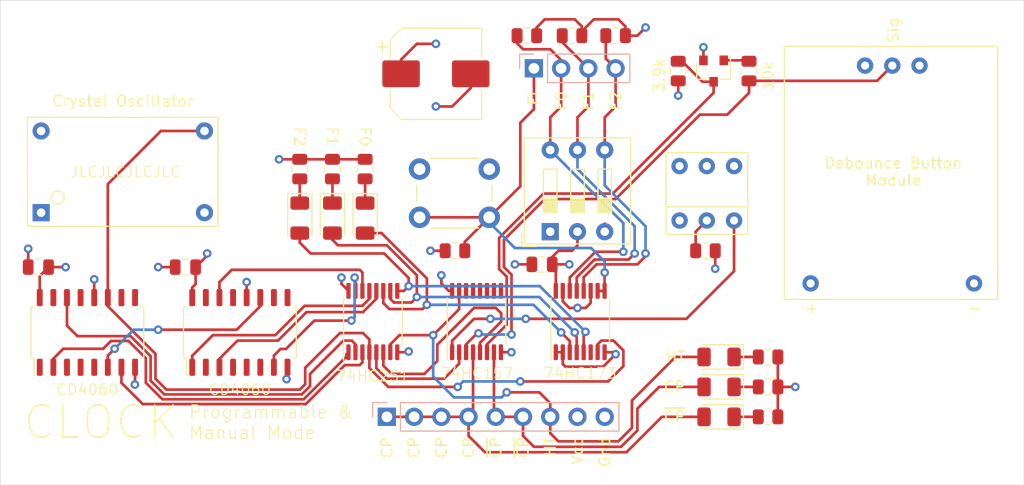
<source format=kicad_pcb>
(kicad_pcb (version 20171130) (host pcbnew "(5.1.10-1-10_14)")
  (layers (0 F.Cu signal) (1 In1.Cu signal) (2 In2.Cu signal) (31 B.Cu signal) (34 B.Paste user) (35 F.Paste user) (36 B.SilkS user) (37 F.SilkS user) (38 B.Mask user) (39 F.Mask user) (44 Edge.Cuts user))
  (net 0 "")
  (net 1 LATCH_FREQUENCY)
  (net 2 VCC)
  (net 3 GND)
  (net 4 "Net-(SW2-Pad2)")
  (net 5 FREQ0)
  (net 6 FREQ1)
  (net 7 FREQ2)
  (net 8 "Net-(U2-Pad6)")
  (net 9 "Net-(U3-Pad15)")
  (net 10 "Net-(U3-Pad13)")
  (net 11 "Net-(U3-Pad10)")
  (net 12 "Net-(U3-Pad9)")
  (net 13 "Net-(U3-Pad6)")
  (net 14 "Net-(U3-Pad5)")
  (net 15 "Net-(U3-Pad4)")
  (net 16 "Net-(U3-Pad3)")
  (net 17 "Net-(U3-Pad1)")
  (net 18 HALT)
  (net 19 "Net-(U6-Pad13)")
  (net 20 "Net-(U6-Pad10)")
  (net 21 "Net-(U6-Pad9)")
  (net 22 "Net-(U1-Pad1)")
  (net 23 "Net-(R5-Pad1)")
  (net 24 "Net-(R6-Pad1)")
  (net 25 "Net-(U10-Pad2)")
  (net 26 ~CLOCK)
  (net 27 CLOCK)
  (net 28 !MANUAL_PULSE)
  (net 29 MANUAL_PULSE)
  (net 30 CRYSTAL)
  (net 31 "Net-(Q1-Pad1)")
  (net 32 "Net-(R2-Pad1)")
  (net 33 "Net-(R3-Pad1)")
  (net 34 "Net-(R4-Pad1)")
  (net 35 "Net-(R7-Pad2)")
  (net 36 "Net-(R8-Pad2)")
  (net 37 "Net-(U6-Pad15)")
  (net 38 "Net-(U6-Pad6)")
  (net 39 "Net-(U6-Pad5)")
  (net 40 "Net-(U6-Pad4)")
  (net 41 "Net-(U6-Pad2)")
  (net 42 "Net-(U10-Pad5)")
  (net 43 "Net-(U10-Pad14)")
  (net 44 "Net-(U10-Pad13)")
  (net 45 "Net-(U10-Pad12)")
  (net 46 "Net-(U10-Pad11)")
  (net 47 "Net-(U10-Pad10)")
  (net 48 "Net-(U10-Pad9)")
  (net 49 FREQ_SEL_2)
  (net 50 FREQ_SEL_1)
  (net 51 FREQ_SEL_0)
  (net 52 CRYSTAL1)
  (net 53 CRYSTAL0)
  (net 54 CRYSTAL2)
  (net 55 CRYSTAL4)
  (net 56 CRYSTAL3)
  (net 57 CRYSTAL6)
  (net 58 CRYSTAL5)
  (module Package_SO:SOIC-16_4.55x10.3mm_P1.27mm (layer F.Cu) (at 199.898 60.706 90)
    (fp_text reference U6 hide)
    (fp_text value CD4060BNSR)
    (fp_text user CD4060 (at -5.334 0 180) (layer F.SilkS) (effects (font (thickness 0.1))))
    (pad 16 smd roundrect (at 3.25 -4.445 90) (size 1.6 0.55) (layers F.Cu F.Paste F.Mask) (net 2 VCC))
    (pad 15 smd roundrect (at 3.25 -3.175 90) (size 1.6 0.55) (layers F.Cu F.Paste F.Mask) (net 37 "Net-(U6-Pad15)"))
    (pad 14 smd roundrect (at 3.25 -1.905 90) (size 1.6 0.55) (layers F.Cu F.Paste F.Mask) (net 55 CRYSTAL4))
    (pad 13 smd roundrect (at 3.25 -0.635 90) (size 1.6 0.55) (layers F.Cu F.Paste F.Mask) (net 19 "Net-(U6-Pad13)"))
    (pad 12 smd roundrect (at 3.25 0.635 90) (size 1.6 0.55) (layers F.Cu F.Paste F.Mask) (net 3 GND))
    (pad 11 smd roundrect (at 3.25 1.905 90) (size 1.6 0.55) (layers F.Cu F.Paste F.Mask) (net 13 "Net-(U3-Pad6)"))
    (pad 10 smd roundrect (at 3.25 3.175 90) (size 1.6 0.55) (layers F.Cu F.Paste F.Mask) (net 20 "Net-(U6-Pad10)"))
    (pad 9 smd roundrect (at 3.25 4.445 90) (size 1.6 0.55) (layers F.Cu F.Paste F.Mask) (net 21 "Net-(U6-Pad9)"))
    (pad 8 smd roundrect (at -3.25 4.445 90) (size 1.6 0.55) (layers F.Cu F.Paste F.Mask) (net 3 GND))
    (pad 7 smd roundrect (at -3.25 3.175 90) (size 1.6 0.55) (layers F.Cu F.Paste F.Mask) (net 56 CRYSTAL3))
    (pad 6 smd roundrect (at -3.25 1.905 90) (size 1.6 0.55) (layers F.Cu F.Paste F.Mask) (net 38 "Net-(U6-Pad6)"))
    (pad 5 smd roundrect (at -3.25 0.635 90) (size 1.6 0.55) (layers F.Cu F.Paste F.Mask) (net 39 "Net-(U6-Pad5)"))
    (pad 4 smd roundrect (at -3.25 -0.635 90) (size 1.6 0.55) (layers F.Cu F.Paste F.Mask) (net 40 "Net-(U6-Pad4)"))
    (pad 3 smd roundrect (at -3.25 -1.905 90) (size 1.6 0.55) (layers F.Cu F.Paste F.Mask) (net 57 CRYSTAL6))
    (pad 2 smd roundrect (at -3.25 -3.175 90) (size 1.6 0.55) (layers F.Cu F.Paste F.Mask) (net 41 "Net-(U6-Pad2)"))
    (pad 1 smd roundrect (at -3.25 -4.445 90) (size 1.6 0.55) (layers F.Cu F.Paste F.Mask) (net 58 CRYSTAL5))
  )
  (module Package_SO:SOIC-16_4.55x10.3mm_P1.27mm (layer F.Cu) (at 185.674 60.706 90)
    (fp_text reference U3 hide)
    (fp_text value CD4060BNSR)
    (fp_text user CD4060 (at -5.334 0 180) (layer F.SilkS) (effects (font (thickness 0.1))))
    (pad 16 smd roundrect (at 3.25 -4.445 90) (size 1.6 0.55) (layers F.Cu F.Paste F.Mask) (net 2 VCC))
    (pad 15 smd roundrect (at 3.25 -3.175 90) (size 1.6 0.55) (layers F.Cu F.Paste F.Mask) (net 9 "Net-(U3-Pad15)"))
    (pad 14 smd roundrect (at 3.25 -1.905 90) (size 1.6 0.55) (layers F.Cu F.Paste F.Mask) (net 52 CRYSTAL1))
    (pad 13 smd roundrect (at 3.25 -0.635 90) (size 1.6 0.55) (layers F.Cu F.Paste F.Mask) (net 10 "Net-(U3-Pad13)"))
    (pad 12 smd roundrect (at 3.25 0.635 90) (size 1.6 0.55) (layers F.Cu F.Paste F.Mask) (net 3 GND))
    (pad 11 smd roundrect (at 3.25 1.905 90) (size 1.6 0.55) (layers F.Cu F.Paste F.Mask) (net 30 CRYSTAL))
    (pad 10 smd roundrect (at 3.25 3.175 90) (size 1.6 0.55) (layers F.Cu F.Paste F.Mask) (net 11 "Net-(U3-Pad10)"))
    (pad 9 smd roundrect (at 3.25 4.445 90) (size 1.6 0.55) (layers F.Cu F.Paste F.Mask) (net 12 "Net-(U3-Pad9)"))
    (pad 8 smd roundrect (at -3.25 4.445 90) (size 1.6 0.55) (layers F.Cu F.Paste F.Mask) (net 3 GND))
    (pad 7 smd roundrect (at -3.25 3.175 90) (size 1.6 0.55) (layers F.Cu F.Paste F.Mask) (net 53 CRYSTAL0))
    (pad 6 smd roundrect (at -3.25 1.905 90) (size 1.6 0.55) (layers F.Cu F.Paste F.Mask) (net 13 "Net-(U3-Pad6)"))
    (pad 5 smd roundrect (at -3.25 0.635 90) (size 1.6 0.55) (layers F.Cu F.Paste F.Mask) (net 14 "Net-(U3-Pad5)"))
    (pad 4 smd roundrect (at -3.25 -0.635 90) (size 1.6 0.55) (layers F.Cu F.Paste F.Mask) (net 15 "Net-(U3-Pad4)"))
    (pad 3 smd roundrect (at -3.25 -1.905 90) (size 1.6 0.55) (layers F.Cu F.Paste F.Mask) (net 16 "Net-(U3-Pad3)"))
    (pad 2 smd roundrect (at -3.25 -3.175 90) (size 1.6 0.55) (layers F.Cu F.Paste F.Mask) (net 54 CRYSTAL2))
    (pad 1 smd roundrect (at -3.25 -4.445 90) (size 1.6 0.55) (layers F.Cu F.Paste F.Mask) (net 17 "Net-(U3-Pad1)"))
  )
  (module Resistor_SMD:R_0805_2012Metric (layer F.Cu) (at 240.792 36.322 90)
    (fp_text reference R10 hide)
    (fp_text value 3.9kohm)
    (pad 2 smd roundrect (at 0.9125 0 90) (size 1.025 1.4) (layers F.Cu F.Paste F.Mask) (roundrect_rratio 0.2439014634146341) (net 28 !MANUAL_PULSE))
    (pad 1 smd roundrect (at -0.9125 0 90) (size 1.025 1.4) (layers F.Cu F.Paste F.Mask) (roundrect_rratio 0.2439014634146341) (net 2 VCC))
  )
  (module Resistor_SMD:R_0805_2012Metric (layer F.Cu) (at 247.396 36.322 90)
    (fp_text reference R9 hide)
    (fp_text value 10kohm)
    (pad 2 smd roundrect (at 0.9125 0 90) (size 1.025 1.4) (layers F.Cu F.Paste F.Mask) (roundrect_rratio 0.2439014634146341) (net 31 "Net-(Q1-Pad1)"))
    (pad 1 smd roundrect (at -0.9125 0 90) (size 1.025 1.4) (layers F.Cu F.Paste F.Mask) (roundrect_rratio 0.2439014634146341) (net 29 MANUAL_PULSE))
  )
  (module Package_TO_SOT_SMD:SOT-23 (layer F.Cu) (at 244.094 36.322 270)
    (fp_text reference Q1 hide)
    (fp_text value PMBT2222)
    (pad 3 smd rect (at 1 0 270) (size 0.9 0.8) (layers F.Cu F.Paste F.Mask) (net 28 !MANUAL_PULSE))
    (pad 2 smd rect (at -1 0.95 270) (size 0.9 0.8) (layers F.Cu F.Paste F.Mask) (net 3 GND))
    (pad 1 smd rect (at -1 -0.95 270) (size 0.9 0.8) (layers F.Cu F.Paste F.Mask) (net 31 "Net-(Q1-Pad1)"))
  )
  (module LED_SMD:LED_1206_3216Metric (layer F.Cu) (at 244.602 65.786 180)
    (fp_text reference U13 hide)
    (fp_text value 19-217_BHC-ZL1M2RY_3T hide)
    (pad 2 smd roundrect (at 1.4 0 180) (size 1.25 1.75) (layers F.Cu F.Paste F.Mask) (roundrect_rratio 0.2) (net 26 ~CLOCK))
    (pad 1 smd roundrect (at -1.4 0 180) (size 1.25 1.75) (layers F.Cu F.Paste F.Mask) (roundrect_rratio 0.2) (net 36 "Net-(R8-Pad2)"))
  )
  (module LED_SMD:LED_1206_3216Metric (layer F.Cu) (at 244.602 68.58 180)
    (fp_text reference U12 hide)
    (fp_text value 19-217_BHC-ZL1M2RY_3T hide)
    (pad 2 smd roundrect (at 1.4 0 180) (size 1.25 1.75) (layers F.Cu F.Paste F.Mask) (roundrect_rratio 0.2) (net 27 CLOCK))
    (pad 1 smd roundrect (at -1.4 0 180) (size 1.25 1.75) (layers F.Cu F.Paste F.Mask) (roundrect_rratio 0.2) (net 35 "Net-(R7-Pad2)"))
  )
  (module LED_SMD:LED_1206_3216Metric (layer F.Cu) (at 244.602 62.992 180)
    (fp_text reference U11 hide)
    (fp_text value NCD0805R1 hide)
    (pad 2 smd roundrect (at 1.4 0 180) (size 1.25 1.75) (layers F.Cu F.Paste F.Mask) (roundrect_rratio 0.2) (net 18 HALT))
    (pad 1 smd roundrect (at -1.4 0 180) (size 1.25 1.75) (layers F.Cu F.Paste F.Mask) (roundrect_rratio 0.2) (net 23 "Net-(R5-Pad1)"))
  )
  (module Package_SO:TSSOP-16_4.4x5mm_P0.65mm (layer F.Cu) (at 221.977 59.69 90)
    (fp_text reference U10 hide)
    (fp_text value 74HC157PW,118 hide)
    (fp_text user 74HC157 (at -4.826 0.019 180) (layer F.SilkS) (effects (font (thickness 0.1))))
    (pad 16 smd roundrect (at 2.8625 -2.275 90) (size 1.475 0.4) (layers F.Cu F.Paste F.Mask) (net 2 VCC))
    (pad 15 smd roundrect (at 2.8625 -1.625 90) (size 1.475 0.4) (layers F.Cu F.Paste F.Mask) (net 18 HALT))
    (pad 14 smd roundrect (at 2.8625 -0.975 90) (size 1.475 0.4) (layers F.Cu F.Paste F.Mask) (net 43 "Net-(U10-Pad14)"))
    (pad 13 smd roundrect (at 2.8625 -0.325 90) (size 1.475 0.4) (layers F.Cu F.Paste F.Mask) (net 44 "Net-(U10-Pad13)"))
    (pad 12 smd roundrect (at 2.8625 0.325 90) (size 1.475 0.4) (layers F.Cu F.Paste F.Mask) (net 45 "Net-(U10-Pad12)"))
    (pad 11 smd roundrect (at 2.8625 0.975 90) (size 1.475 0.4) (layers F.Cu F.Paste F.Mask) (net 46 "Net-(U10-Pad11)"))
    (pad 10 smd roundrect (at 2.8625 1.625 90) (size 1.475 0.4) (layers F.Cu F.Paste F.Mask) (net 47 "Net-(U10-Pad10)"))
    (pad 9 smd roundrect (at 2.8625 2.275 90) (size 1.475 0.4) (layers F.Cu F.Paste F.Mask) (net 48 "Net-(U10-Pad9)"))
    (pad 8 smd roundrect (at -2.8625 2.275 90) (size 1.475 0.4) (layers F.Cu F.Paste F.Mask) (net 3 GND))
    (pad 7 smd roundrect (at -2.8625 1.625 90) (size 1.475 0.4) (layers F.Cu F.Paste F.Mask) (net 26 ~CLOCK))
    (pad 6 smd roundrect (at -2.8625 0.975 90) (size 1.475 0.4) (layers F.Cu F.Paste F.Mask) (net 28 !MANUAL_PULSE))
    (pad 5 smd roundrect (at -2.8625 0.325 90) (size 1.475 0.4) (layers F.Cu F.Paste F.Mask) (net 42 "Net-(U10-Pad5)"))
    (pad 4 smd roundrect (at -2.8625 -0.325 90) (size 1.475 0.4) (layers F.Cu F.Paste F.Mask) (net 27 CLOCK))
    (pad 3 smd roundrect (at -2.8625 -0.975 90) (size 1.475 0.4) (layers F.Cu F.Paste F.Mask) (net 29 MANUAL_PULSE))
    (pad 2 smd roundrect (at -2.8625 -1.625 90) (size 1.475 0.4) (layers F.Cu F.Paste F.Mask) (net 25 "Net-(U10-Pad2)"))
    (pad 1 smd roundrect (at -2.8625 -2.275 90) (size 1.475 0.4) (layers F.Cu F.Paste F.Mask) (net 4 "Net-(SW2-Pad2)"))
  )
  (module Package_SO:TSSOP-16_4.4x5mm_P0.65mm (layer F.Cu) (at 212.306 59.69 90)
    (fp_text reference U9 hide)
    (fp_text value SN74HC251PW hide)
    (fp_text user 74HC251 (at -5.08 0 180) (layer F.SilkS) (effects (font (thickness 0.1))))
    (pad 16 smd roundrect (at 2.8625 -2.275 90) (size 1.475 0.4) (layers F.Cu F.Paste F.Mask) (net 2 VCC))
    (pad 15 smd roundrect (at 2.8625 -1.625 90) (size 1.475 0.4) (layers F.Cu F.Paste F.Mask) (net 56 CRYSTAL3))
    (pad 14 smd roundrect (at 2.8625 -0.975 90) (size 1.475 0.4) (layers F.Cu F.Paste F.Mask) (net 55 CRYSTAL4))
    (pad 13 smd roundrect (at 2.8625 -0.325 90) (size 1.475 0.4) (layers F.Cu F.Paste F.Mask) (net 58 CRYSTAL5))
    (pad 12 smd roundrect (at 2.8625 0.325 90) (size 1.475 0.4) (layers F.Cu F.Paste F.Mask) (net 57 CRYSTAL6))
    (pad 11 smd roundrect (at 2.8625 0.975 90) (size 1.475 0.4) (layers F.Cu F.Paste F.Mask) (net 51 FREQ_SEL_0))
    (pad 10 smd roundrect (at 2.8625 1.625 90) (size 1.475 0.4) (layers F.Cu F.Paste F.Mask) (net 50 FREQ_SEL_1))
    (pad 9 smd roundrect (at 2.8625 2.275 90) (size 1.475 0.4) (layers F.Cu F.Paste F.Mask) (net 49 FREQ_SEL_2))
    (pad 8 smd roundrect (at -2.8625 2.275 90) (size 1.475 0.4) (layers F.Cu F.Paste F.Mask) (net 3 GND))
    (pad 7 smd roundrect (at -2.8625 1.625 90) (size 1.475 0.4) (layers F.Cu F.Paste F.Mask) (net 18 HALT))
    (pad 6 smd roundrect (at -2.8625 0.975 90) (size 1.475 0.4) (layers F.Cu F.Paste F.Mask) (net 42 "Net-(U10-Pad5)"))
    (pad 5 smd roundrect (at -2.8625 0.325 90) (size 1.475 0.4) (layers F.Cu F.Paste F.Mask) (net 25 "Net-(U10-Pad2)"))
    (pad 4 smd roundrect (at -2.8625 -0.325 90) (size 1.475 0.4) (layers F.Cu F.Paste F.Mask) (net 30 CRYSTAL))
    (pad 3 smd roundrect (at -2.8625 -0.975 90) (size 1.475 0.4) (layers F.Cu F.Paste F.Mask) (net 53 CRYSTAL0))
    (pad 2 smd roundrect (at -2.8625 -1.625 90) (size 1.475 0.4) (layers F.Cu F.Paste F.Mask) (net 52 CRYSTAL1))
    (pad 1 smd roundrect (at -2.8625 -2.275 90) (size 1.475 0.4) (layers F.Cu F.Paste F.Mask) (net 54 CRYSTAL2))
  )
  (module LED_SMD:LED_1206_3216Metric (layer F.Cu) (at 205.486 50.038 270)
    (fp_text reference U8 hide)
    (fp_text value 19-217_GHC-YR1S2_3T hide)
    (pad 2 smd roundrect (at 1.4 0 270) (size 1.25 1.75) (layers F.Cu F.Paste F.Mask) (roundrect_rratio 0.2) (net 49 FREQ_SEL_2))
    (pad 1 smd roundrect (at -1.4 0 270) (size 1.25 1.75) (layers F.Cu F.Paste F.Mask) (roundrect_rratio 0.2) (net 32 "Net-(R2-Pad1)"))
  )
  (module LED_SMD:LED_1206_3216Metric (layer F.Cu) (at 211.582 50.038 270)
    (fp_text reference U5 hide)
    (fp_text value 19-217_GHC-YR1S2_3T hide)
    (pad 2 smd roundrect (at 1.4 0 270) (size 1.25 1.75) (layers F.Cu F.Paste F.Mask) (roundrect_rratio 0.2) (net 51 FREQ_SEL_0))
    (pad 1 smd roundrect (at -1.4 0 270) (size 1.25 1.75) (layers F.Cu F.Paste F.Mask) (roundrect_rratio 0.2) (net 34 "Net-(R4-Pad1)"))
  )
  (module LED_SMD:LED_1206_3216Metric (layer F.Cu) (at 208.534 50.038 270)
    (fp_text reference U4 hide)
    (fp_text value 19-217_GHC-YR1S2_3T hide)
    (pad 2 smd roundrect (at 1.4 0 270) (size 1.25 1.75) (layers F.Cu F.Paste F.Mask) (roundrect_rratio 0.2) (net 50 FREQ_SEL_1))
    (pad 1 smd roundrect (at -1.4 0 270) (size 1.25 1.75) (layers F.Cu F.Paste F.Mask) (roundrect_rratio 0.2) (net 33 "Net-(R3-Pad1)"))
  )
  (module Package_SO:TSSOP-16_4.4x5mm_P0.65mm (layer F.Cu) (at 231.648 59.69 90)
    (fp_text reference U2 hide)
    (fp_text value CD74HC173PWR hide)
    (fp_text user 74HC173 (at -4.826 0 180) (layer F.SilkS) (effects (font (thickness 0.1))))
    (pad 16 smd roundrect (at 2.8625 -2.275 90) (size 1.475 0.4) (layers F.Cu F.Paste F.Mask) (net 2 VCC))
    (pad 15 smd roundrect (at 2.8625 -1.625 90) (size 1.475 0.4) (layers F.Cu F.Paste F.Mask) (net 3 GND))
    (pad 14 smd roundrect (at 2.8625 -0.975 90) (size 1.475 0.4) (layers F.Cu F.Paste F.Mask) (net 5 FREQ0))
    (pad 13 smd roundrect (at 2.8625 -0.325 90) (size 1.475 0.4) (layers F.Cu F.Paste F.Mask) (net 6 FREQ1))
    (pad 12 smd roundrect (at 2.8625 0.325 90) (size 1.475 0.4) (layers F.Cu F.Paste F.Mask) (net 7 FREQ2))
    (pad 11 smd roundrect (at 2.8625 0.975 90) (size 1.475 0.4) (layers F.Cu F.Paste F.Mask) (net 3 GND))
    (pad 10 smd roundrect (at 2.8625 1.625 90) (size 1.475 0.4) (layers F.Cu F.Paste F.Mask) (net 1 LATCH_FREQUENCY))
    (pad 9 smd roundrect (at 2.8625 2.275 90) (size 1.475 0.4) (layers F.Cu F.Paste F.Mask) (net 1 LATCH_FREQUENCY))
    (pad 8 smd roundrect (at -2.8625 2.275 90) (size 1.475 0.4) (layers F.Cu F.Paste F.Mask) (net 3 GND))
    (pad 7 smd roundrect (at -2.8625 1.625 90) (size 1.475 0.4) (layers F.Cu F.Paste F.Mask) (net 30 CRYSTAL))
    (pad 6 smd roundrect (at -2.8625 0.975 90) (size 1.475 0.4) (layers F.Cu F.Paste F.Mask) (net 8 "Net-(U2-Pad6)"))
    (pad 5 smd roundrect (at -2.8625 0.325 90) (size 1.475 0.4) (layers F.Cu F.Paste F.Mask) (net 49 FREQ_SEL_2))
    (pad 4 smd roundrect (at -2.8625 -0.325 90) (size 1.475 0.4) (layers F.Cu F.Paste F.Mask) (net 50 FREQ_SEL_1))
    (pad 3 smd roundrect (at -2.8625 -0.975 90) (size 1.475 0.4) (layers F.Cu F.Paste F.Mask) (net 51 FREQ_SEL_0))
    (pad 2 smd roundrect (at -2.8625 -1.625 90) (size 1.475 0.4) (layers F.Cu F.Paste F.Mask) (net 3 GND))
    (pad 1 smd roundrect (at -2.8625 -2.275 90) (size 1.475 0.4) (layers F.Cu F.Paste F.Mask) (net 3 GND))
  )
  (module Button_Switch_THT:SW_DIP_SPSTx03_Slide_9.78x9.8mm_W7.62mm_P2.54mm (layer F.Cu) (at 228.854 51.308 90)
    (fp_text reference SW3 hide)
    (fp_text value SW_DIP_x03 hide)
    (pad 6 thru_hole oval (at 7.62 0 90) (size 1.6 1.6) (drill 0.8) (layers *.Cu *.Mask) (net 5 FREQ0))
    (pad 3 thru_hole oval (at 0 5.08 90) (size 1.6 1.6) (drill 0.8) (layers *.Cu *.Mask) (net 2 VCC))
    (pad 5 thru_hole oval (at 7.62 2.54 90) (size 1.6 1.6) (drill 0.8) (layers *.Cu *.Mask) (net 6 FREQ1))
    (pad 2 thru_hole oval (at 0 2.54 90) (size 1.6 1.6) (drill 0.8) (layers *.Cu *.Mask) (net 2 VCC))
    (pad 4 thru_hole oval (at 7.62 5.08 90) (size 1.6 1.6) (drill 0.8) (layers *.Cu *.Mask) (net 7 FREQ2))
    (pad 1 thru_hole rect (at 0 0 90) (size 1.6 1.6) (drill 0.8) (layers *.Cu *.Mask) (net 2 VCC))
  )
  (module 8-bit-computer:THT-DPDT (layer F.Cu) (at 243.84 42.164)
    (fp_text reference SW2 hide)
    (fp_text value SW_DPDT_x2 hide)
    (pad 2 thru_hole circle (at 2.16 8.1) (size 1.524 1.524) (drill 0.762) (layers *.Cu *.Mask) (net 4 "Net-(SW2-Pad2)"))
    (pad 3 thru_hole circle (at -0.38 8.1) (size 1.524 1.524) (drill 0.762) (layers *.Cu *.Mask) (net 24 "Net-(R6-Pad1)"))
    (pad 1 thru_hole circle (at -2.92 8.1) (size 1.524 1.524) (drill 0.762) (layers *.Cu *.Mask) (net 3 GND))
    (pad "" thru_hole circle (at 2.16 3.02) (size 1.524 1.524) (drill 0.762) (layers *.Cu *.Mask))
    (pad "" thru_hole circle (at -0.38 3.02) (size 1.524 1.524) (drill 0.762) (layers *.Cu *.Mask))
    (pad "" thru_hole circle (at -2.92 3.02) (size 1.524 1.524) (drill 0.762) (layers *.Cu *.Mask))
  )
  (module Button_Switch_THT:SW_PUSH_6mm (layer F.Cu) (at 216.662 45.466)
    (fp_text reference SW1 hide)
    (fp_text value SW_Push hide)
    (pad 1 thru_hole circle (at 6.5 0 90) (size 2 2) (drill 1.1) (layers *.Cu *.Mask) (net 3 GND))
    (pad 2 thru_hole circle (at 6.5 4.5 90) (size 2 2) (drill 1.1) (layers *.Cu *.Mask) (net 1 LATCH_FREQUENCY))
    (pad 1 thru_hole circle (at 0 0 90) (size 2 2) (drill 1.1) (layers *.Cu *.Mask) (net 3 GND))
    (pad 2 thru_hole circle (at 0 4.5 90) (size 2 2) (drill 1.1) (layers *.Cu *.Mask) (net 1 LATCH_FREQUENCY))
  )
  (module Resistor_SMD:R_0805_2012Metric (layer F.Cu) (at 234.95 33.02)
    (fp_text reference R13 hide)
    (fp_text value 1kohm hide)
    (pad 2 smd roundrect (at 0.9125 0) (size 1.025 1.4) (layers F.Cu F.Paste F.Mask) (roundrect_rratio 0.2439004878048781) (net 3 GND))
    (pad 1 smd roundrect (at -0.9125 0) (size 1.025 1.4) (layers F.Cu F.Paste F.Mask) (roundrect_rratio 0.2439004878048781) (net 7 FREQ2))
  )
  (module Resistor_SMD:R_0805_2012Metric (layer F.Cu) (at 230.886 33.02)
    (fp_text reference R12 hide)
    (fp_text value 1kohm hide)
    (pad 2 smd roundrect (at 0.9125 0) (size 1.025 1.4) (layers F.Cu F.Paste F.Mask) (roundrect_rratio 0.2439004878048781) (net 3 GND))
    (pad 1 smd roundrect (at -0.9125 0) (size 1.025 1.4) (layers F.Cu F.Paste F.Mask) (roundrect_rratio 0.2439004878048781) (net 6 FREQ1))
  )
  (module Resistor_SMD:R_0805_2012Metric (layer F.Cu) (at 226.6715 33.02)
    (fp_text reference R11 hide)
    (fp_text value 1kohm hide)
    (pad 2 smd roundrect (at 0.9125 0) (size 1.025 1.4) (layers F.Cu F.Paste F.Mask) (roundrect_rratio 0.2439004878048781) (net 3 GND))
    (pad 1 smd roundrect (at -0.9125 0) (size 1.025 1.4) (layers F.Cu F.Paste F.Mask) (roundrect_rratio 0.2439004878048781) (net 5 FREQ0))
  )
  (module Resistor_SMD:R_0805_2012Metric (layer F.Cu) (at 249.174 65.786 180)
    (fp_text reference R8 hide)
    (fp_text value 1kohm hide)
    (pad 2 smd roundrect (at 0.9125 0 180) (size 1.025 1.4) (layers F.Cu F.Paste F.Mask) (roundrect_rratio 0.2439004878048781) (net 36 "Net-(R8-Pad2)"))
    (pad 1 smd roundrect (at -0.9125 0 180) (size 1.025 1.4) (layers F.Cu F.Paste F.Mask) (roundrect_rratio 0.2439004878048781) (net 3 GND))
  )
  (module Resistor_SMD:R_0805_2012Metric (layer F.Cu) (at 249.174 68.58 180)
    (fp_text reference R7 hide)
    (fp_text value 1kohm hide)
    (pad 2 smd roundrect (at 0.9125 0 180) (size 1.025 1.4) (layers F.Cu F.Paste F.Mask) (roundrect_rratio 0.2439004878048781) (net 35 "Net-(R7-Pad2)"))
    (pad 1 smd roundrect (at -0.9125 0 180) (size 1.025 1.4) (layers F.Cu F.Paste F.Mask) (roundrect_rratio 0.2439004878048781) (net 3 GND))
  )
  (module Resistor_SMD:R_0805_2012Metric (layer F.Cu) (at 243.332 53.086)
    (fp_text reference R6 hide)
    (fp_text value 1kohm hide)
    (pad 2 smd roundrect (at 0.9125 0) (size 1.025 1.4) (layers F.Cu F.Paste F.Mask) (roundrect_rratio 0.2439004878048781) (net 2 VCC))
    (pad 1 smd roundrect (at -0.9125 0) (size 1.025 1.4) (layers F.Cu F.Paste F.Mask) (roundrect_rratio 0.2439004878048781) (net 24 "Net-(R6-Pad1)"))
  )
  (module Resistor_SMD:R_0805_2012Metric (layer F.Cu) (at 249.174 62.992)
    (fp_text reference R5 hide)
    (fp_text value 1kohm hide)
    (pad 2 smd roundrect (at 0.9125 0) (size 1.025 1.4) (layers F.Cu F.Paste F.Mask) (roundrect_rratio 0.2439004878048781) (net 3 GND))
    (pad 1 smd roundrect (at -0.9125 0) (size 1.025 1.4) (layers F.Cu F.Paste F.Mask) (roundrect_rratio 0.2439004878048781) (net 23 "Net-(R5-Pad1)"))
  )
  (module Resistor_SMD:R_0805_2012Metric (layer F.Cu) (at 211.582 45.466 90)
    (fp_text reference R4 hide)
    (fp_text value 1kohm hide)
    (pad 2 smd roundrect (at 0.9125 0 90) (size 1.025 1.4) (layers F.Cu F.Paste F.Mask) (roundrect_rratio 0.2439004878048781) (net 3 GND))
    (pad 1 smd roundrect (at -0.9125 0 90) (size 1.025 1.4) (layers F.Cu F.Paste F.Mask) (roundrect_rratio 0.2439004878048781) (net 34 "Net-(R4-Pad1)"))
  )
  (module Resistor_SMD:R_0805_2012Metric (layer F.Cu) (at 208.534 45.466 90)
    (fp_text reference R3 hide)
    (fp_text value 1kohm hide)
    (pad 2 smd roundrect (at 0.9125 0 90) (size 1.025 1.4) (layers F.Cu F.Paste F.Mask) (roundrect_rratio 0.2439004878048781) (net 3 GND))
    (pad 1 smd roundrect (at -0.9125 0 90) (size 1.025 1.4) (layers F.Cu F.Paste F.Mask) (roundrect_rratio 0.2439004878048781) (net 33 "Net-(R3-Pad1)"))
  )
  (module Resistor_SMD:R_0805_2012Metric (layer F.Cu) (at 205.486 45.466 90)
    (fp_text reference R2 hide)
    (fp_text value 1kohm hide)
    (pad 2 smd roundrect (at 0.9125 0 90) (size 1.025 1.4) (layers F.Cu F.Paste F.Mask) (roundrect_rratio 0.2439004878048781) (net 3 GND))
    (pad 1 smd roundrect (at -0.9125 0 90) (size 1.025 1.4) (layers F.Cu F.Paste F.Mask) (roundrect_rratio 0.2439004878048781) (net 32 "Net-(R2-Pad1)"))
  )
  (module Resistor_SMD:R_0805_2012Metric (layer F.Cu) (at 219.964 53.086)
    (fp_text reference R1 hide)
    (fp_text value 1kohm hide)
    (pad 2 smd roundrect (at 0.9125 0) (size 1.025 1.4) (layers F.Cu F.Paste F.Mask) (roundrect_rratio 0.2439004878048781) (net 1 LATCH_FREQUENCY))
    (pad 1 smd roundrect (at -0.9125 0) (size 1.025 1.4) (layers F.Cu F.Paste F.Mask) (roundrect_rratio 0.2439004878048781) (net 2 VCC))
  )
  (module Connector_PinHeader_2.54mm:PinHeader_1x09_P2.54mm_Vertical (layer B.Cu) (at 213.614 68.58 270)
    (fp_text reference J2 hide)
    (fp_text value Conn_01x09 hide)
    (pad 9 thru_hole oval (at 0 -20.32 270) (size 1.7 1.7) (drill 1) (layers *.Cu *.Mask) (net 3 GND))
    (pad 8 thru_hole oval (at 0 -17.78 270) (size 1.7 1.7) (drill 1) (layers *.Cu *.Mask) (net 2 VCC))
    (pad 7 thru_hole oval (at 0 -15.24 270) (size 1.7 1.7) (drill 1) (layers *.Cu *.Mask) (net 18 HALT))
    (pad 6 thru_hole oval (at 0 -12.7 270) (size 1.7 1.7) (drill 1) (layers *.Cu *.Mask) (net 26 ~CLOCK))
    (pad 5 thru_hole oval (at 0 -10.16 270) (size 1.7 1.7) (drill 1) (layers *.Cu *.Mask) (net 26 ~CLOCK))
    (pad 4 thru_hole oval (at 0 -7.62 270) (size 1.7 1.7) (drill 1) (layers *.Cu *.Mask) (net 27 CLOCK))
    (pad 3 thru_hole oval (at 0 -5.08 270) (size 1.7 1.7) (drill 1) (layers *.Cu *.Mask) (net 27 CLOCK))
    (pad 2 thru_hole oval (at 0 -2.54 270) (size 1.7 1.7) (drill 1) (layers *.Cu *.Mask) (net 27 CLOCK))
    (pad 1 thru_hole rect (at 0 0 270) (size 1.7 1.7) (drill 1) (layers *.Cu *.Mask) (net 27 CLOCK))
  )
  (module Connector_PinHeader_2.54mm:PinHeader_1x04_P2.54mm_Vertical (layer B.Cu) (at 227.33 36.068 270)
    (fp_text reference J1 hide)
    (fp_text value Conn_01x04 hide)
    (pad 4 thru_hole oval (at 0 -7.62 270) (size 1.7 1.7) (drill 1) (layers *.Cu *.Mask) (net 7 FREQ2))
    (pad 3 thru_hole oval (at 0 -5.08 270) (size 1.7 1.7) (drill 1) (layers *.Cu *.Mask) (net 6 FREQ1))
    (pad 2 thru_hole oval (at 0 -2.54 270) (size 1.7 1.7) (drill 1) (layers *.Cu *.Mask) (net 5 FREQ0))
    (pad 1 thru_hole rect (at 0 0 270) (size 1.7 1.7) (drill 1) (layers *.Cu *.Mask) (net 1 LATCH_FREQUENCY))
  )
  (module Capacitor_SMD:CP_Elec_8x10 (layer F.Cu) (at 218.186 36.576)
    (fp_text reference C5 hide)
    (fp_text value C hide)
    (pad 2 smd roundrect (at 3.25 0) (size 3.5 2.5) (layers F.Cu F.Paste F.Mask) (roundrect_rratio 0.1) (net 3 GND))
    (pad 1 smd roundrect (at -3.25 0) (size 3.5 2.5) (layers F.Cu F.Paste F.Mask) (roundrect_rratio 0.1) (net 2 VCC))
  )
  (module Capacitor_SMD:C_0805_2012Metric (layer F.Cu) (at 194.818 54.61 180)
    (fp_text reference C3 hide)
    (fp_text value 885382207009 hide)
    (pad 2 smd roundrect (at 0.95 0 180) (size 1 1.45) (layers F.Cu F.Paste F.Mask) (net 3 GND))
    (pad 1 smd roundrect (at -0.95 0 180) (size 1 1.45) (layers F.Cu F.Paste F.Mask) (net 2 VCC))
  )
  (module Capacitor_SMD:C_0805_2012Metric (layer F.Cu) (at 228.092 54.356 180)
    (fp_text reference C2 hide)
    (fp_text value 885382207009 hide)
    (pad 2 smd roundrect (at 0.95 0 180) (size 1 1.45) (layers F.Cu F.Paste F.Mask) (net 3 GND))
    (pad 1 smd roundrect (at -0.95 0 180) (size 1 1.45) (layers F.Cu F.Paste F.Mask) (net 2 VCC))
  )
  (module Capacitor_SMD:C_0805_2012Metric (layer F.Cu) (at 181.102 54.61 180)
    (fp_text reference C1 hide)
    (fp_text value 885382207009 hide)
    (pad 2 smd roundrect (at 0.95 0 180) (size 1 1.45) (layers F.Cu F.Paste F.Mask) (net 3 GND))
    (pad 1 smd roundrect (at -0.95 0 180) (size 1 1.45) (layers F.Cu F.Paste F.Mask) (net 2 VCC))
  )
  (module Crystal:full-can-14pin (layer F.Cu) (at 187.706 45.72 90)
    (fp_text reference U1 hide)
    (fp_text value full-can-crystal hide)
    (pad 1 thru_hole rect (at -3.81 -6.35 90) (size 1.6 1.6) (drill 0.8) (layers *.Cu *.Mask) (net 22 "Net-(U1-Pad1)"))
    (pad 3 thru_hole oval (at 3.81 8.89 90) (size 1.6 1.6) (drill 0.8) (layers *.Cu *.Mask) (net 30 CRYSTAL))
    (pad 2 thru_hole oval (at -3.81 8.89 90) (size 1.6 1.6) (drill 0.8) (layers *.Cu *.Mask) (net 3 GND))
    (pad 4 thru_hole oval (at 3.81 -6.35 90) (size 1.6 1.6) (drill 0.8) (layers *.Cu *.Mask) (net 2 VCC))
  )
  (module 8-bit-computer:breakout-debounce-btn (layer F.Cu) (at 258.064 32.512)
    (fp_text reference U7 hide)
    (fp_text value debounced-btn hide)
    (pad 2 thru_hole circle (at 10.32 23.62) (size 1.524 1.524) (drill 0.762) (layers *.Cu *.Mask) (net 3 GND))
    (pad 1 thru_hole circle (at -4.92 23.62) (size 1.524 1.524) (drill 0.762) (layers *.Cu *.Mask) (net 2 VCC))
    (pad "" thru_hole circle (at 5.24 3.3) (size 1.524 1.524) (drill 0.762) (layers *.Cu *.Mask))
    (pad 3 thru_hole circle (at 2.7 3.3) (size 1.524 1.524) (drill 0.762) (layers *.Cu *.Mask) (net 29 MANUAL_PULSE))
    (pad "" thru_hole circle (at 0.16 3.3) (size 1.524 1.524) (drill 0.762) (layers *.Cu *.Mask))
  )
  (gr_text 3.9k (at 239.014 35.052 90) (layer F.SilkS) (effects (font (size 1 1)) (justify right)))
  (gr_text 10k (at 249.174 35.306 90) (layer F.SilkS) (effects (font (size 1 1)) (justify right)))
  (gr_text CP (at 213.614 70.358 90) (layer F.SilkS) (effects (font (size 1 1)) (justify right)))
  (gr_text CP (at 216.154 70.358 90) (layer F.SilkS) (effects (font (size 1 1)) (justify right)))
  (gr_text CP (at 218.694 70.358 90) (layer F.SilkS) (effects (font (size 1 1)) (justify right)))
  (gr_text CP (at 221.234 70.358 90) (layer F.SilkS) (effects (font (size 1 1)) (justify right)))
  (gr_text ~CP (at 223.774 70.358 90) (layer F.SilkS) (effects (font (size 1 1)) (justify right)))
  (gr_text ~CP (at 226.314 70.358 90) (layer F.SilkS) (effects (font (size 1 1)) (justify right)))
  (gr_text F2 (at 205.486 43.434 -90) (layer F.SilkS) (effects (font (size 1 1)) (justify right)))
  (gr_text F1 (at 208.534 43.434 -90) (layer F.SilkS) (effects (font (size 1 1)) (justify right)))
  (gr_text F0 (at 211.582 43.434 -90) (layer F.SilkS) (effects (font (size 1 1)) (justify right)))
  (gr_text ~CP (at 241.554 68.58) (layer F.SilkS) (effects (font (size 1 1)) (justify right)))
  (gr_text CP (at 241.554 65.786) (layer F.SilkS) (effects (font (size 1 1)) (justify right)))
  (gr_text HT (at 241.554 62.992) (layer F.SilkS) (effects (font (size 1 1)) (justify right)))
  (gr_text Gnd (at 233.934 70.358 90) (layer F.SilkS) (effects (font (size 1 1)) (justify right)))
  (gr_text Vcc (at 231.394 70.358 90) (layer F.SilkS) (effects (font (size 1 1)) (justify right)))
  (gr_text HT (at 228.854 70.358 90) (layer F.SilkS) (effects (font (size 1 1)) (justify right)))
  (gr_text FI (at 227.33 38.1 90) (layer F.SilkS) (effects (font (size 1 1)) (justify right)))
  (gr_text F2 (at 234.95 38.1 90) (layer F.SilkS) (effects (font (size 1 1)) (justify right)))
  (gr_text F1 (at 232.41 38.1 90) (layer F.SilkS) (effects (font (size 1 1)) (justify right)))
  (gr_text F0 (at 229.87 38.1 90) (layer F.SilkS) (effects (font (size 1 1)) (justify right)))
  (gr_line (start 177.546 29.718) (end 218.948 29.718) (layer Edge.Cuts) (width 0.05))
  (gr_line (start 177.546 74.93) (end 177.546 29.718) (layer Edge.Cuts) (width 0.05))
  (gr_line (start 273.05 74.93) (end 177.546 74.93) (layer Edge.Cuts) (width 0.05))
  (gr_line (start 273.05 29.718) (end 273.05 74.93) (layer Edge.Cuts) (width 0.05))
  (gr_line (start 218.948 29.718) (end 273.05 29.718) (layer Edge.Cuts) (width 0.05))
  (gr_text "Programmable &\nManual Mode" (at 195.072 69.088) (layer F.SilkS) (effects (font (size 1.2 1.2) (thickness 0.1)) (justify left)))
  (gr_text CLOCK (at 186.944 69.088) (layer F.SilkS) (effects (font (size 3 3))))
  (gr_text "Crystal Oscillator" (at 188.976 39.116) (layer F.SilkS) (effects (font (size 1 1))))
  (gr_text Sig (at 260.858 32.512 90) (layer F.SilkS) (effects (font (size 1 1))))
  (gr_text + (at 253.238 58.42) (layer F.SilkS) (effects (font (size 1 1))))
  (gr_text - (at 268.478 58.42) (layer F.SilkS) (effects (font (size 1 1))))
  (gr_text "Debounce Button\nModule" (at 260.858 45.72) (layer F.SilkS) (effects (font (size 1 1))))
  (gr_text JLCJLCJLCJLC (at 189.23 45.72) (layer F.SilkS) (effects (font (size 1 1) (thickness 0.1))))
  (segment (start 220.8765 52.2515) (end 223.162 49.966) (width 0.25) (layer F.Cu) (net 1))
  (segment (start 220.8765 53.086) (end 220.8765 52.2515) (width 0.25) (layer F.Cu) (net 1))
  (segment (start 216.662 49.966) (end 223.162 49.966) (width 0.25) (layer F.Cu) (net 1))
  (segment (start 227.33 36.068) (end 227.33 39.878) (width 0.25) (layer F.Cu) (net 1))
  (segment (start 227.33 39.878) (end 226.06 41.148) (width 0.25) (layer F.Cu) (net 1))
  (segment (start 226.06 47.068) (end 223.162 49.966) (width 0.25) (layer F.Cu) (net 1))
  (segment (start 226.06 41.148) (end 226.06 47.068) (width 0.25) (layer F.Cu) (net 1))
  (segment (start 233.273 56.8275) (end 233.923 56.8275) (width 0.25) (layer F.Cu) (net 1))
  (segment (start 233.923 56.8275) (end 233.923 55.383) (width 0.25) (layer F.Cu) (net 1))
  (via (at 233.934 55.118) (size 0.8) (drill 0.4) (layers F.Cu B.Cu) (net 1))
  (segment (start 233.934 55.372) (end 233.934 55.118) (width 0.25) (layer F.Cu) (net 1))
  (segment (start 233.923 55.383) (end 233.934 55.372) (width 0.25) (layer F.Cu) (net 1))
  (segment (start 233.934 55.118) (end 233.934 54.102) (width 0.25) (layer B.Cu) (net 1))
  (segment (start 233.934 54.102) (end 232.664 52.832) (width 0.25) (layer B.Cu) (net 1))
  (segment (start 232.664 52.832) (end 225.552 52.832) (width 0.25) (layer B.Cu) (net 1))
  (segment (start 223.162 50.442) (end 223.162 49.966) (width 0.25) (layer B.Cu) (net 1))
  (segment (start 225.552 52.832) (end 223.162 50.442) (width 0.25) (layer B.Cu) (net 1))
  (segment (start 181.229 55.433) (end 182.052 54.61) (width 0.25) (layer F.Cu) (net 2))
  (segment (start 181.229 57.444) (end 181.229 55.433) (width 0.25) (layer F.Cu) (net 2))
  (segment (start 182.052 54.61) (end 183.134 54.61) (width 0.25) (layer F.Cu) (net 2))
  (via (at 183.642 54.61) (size 0.8) (drill 0.4) (layers F.Cu B.Cu) (net 2))
  (segment (start 183.134 54.61) (end 183.642 54.61) (width 0.25) (layer F.Cu) (net 2))
  (segment (start 195.76 54.618) (end 195.768 54.61) (width 0.25) (layer F.Cu) (net 2))
  (segment (start 195.768 54.61) (end 196.85 53.528) (width 0.25) (layer F.Cu) (net 2))
  (via (at 196.85 53.34) (size 0.8) (drill 0.4) (layers F.Cu B.Cu) (net 2))
  (segment (start 196.85 53.528) (end 196.85 53.34) (width 0.25) (layer F.Cu) (net 2))
  (segment (start 219.702 56.8275) (end 219.3875 56.8275) (width 0.25) (layer F.Cu) (net 2))
  (segment (start 219.3875 56.8275) (end 218.694 56.134) (width 0.25) (layer F.Cu) (net 2))
  (segment (start 218.694 56.134) (end 218.694 55.372) (width 0.25) (layer F.Cu) (net 2))
  (via (at 218.694 55.372) (size 0.8) (drill 0.4) (layers F.Cu B.Cu) (net 2))
  (segment (start 229.373 54.687) (end 229.042 54.356) (width 0.25) (layer F.Cu) (net 2))
  (segment (start 229.373 56.8275) (end 229.373 54.687) (width 0.25) (layer F.Cu) (net 2))
  (segment (start 229.042 54.356) (end 229.87 54.356) (width 0.25) (layer F.Cu) (net 2))
  (via (at 230.632 54.356) (size 0.8) (drill 0.4) (layers F.Cu B.Cu) (net 2))
  (segment (start 229.87 54.356) (end 230.632 54.356) (width 0.25) (layer F.Cu) (net 2))
  (segment (start 229.042 54.356) (end 229.042 53.66) (width 0.25) (layer F.Cu) (net 2))
  (segment (start 229.042 53.66) (end 229.616 53.086) (width 0.25) (layer F.Cu) (net 2))
  (segment (start 229.616 53.086) (end 230.886 53.086) (width 0.25) (layer F.Cu) (net 2))
  (segment (start 231.394 52.578) (end 231.394 51.308) (width 0.25) (layer F.Cu) (net 2))
  (segment (start 230.886 53.086) (end 231.394 52.578) (width 0.25) (layer F.Cu) (net 2))
  (segment (start 240.792 37.2345) (end 240.792 38.608) (width 0.25) (layer F.Cu) (net 2))
  (via (at 240.792 38.608) (size 0.8) (drill 0.4) (layers F.Cu B.Cu) (net 2))
  (segment (start 244.2445 53.086) (end 244.2445 54.7605) (width 0.25) (layer F.Cu) (net 2))
  (via (at 244.2445 54.7605) (size 0.8) (drill 0.4) (layers F.Cu B.Cu) (net 2))
  (segment (start 219.0515 53.086) (end 217.678 53.086) (width 0.25) (layer F.Cu) (net 2))
  (via (at 217.678 53.086) (size 0.8) (drill 0.4) (layers F.Cu B.Cu) (net 2))
  (segment (start 214.936 36.576) (end 214.936 35.254) (width 0.25) (layer F.Cu) (net 2))
  (segment (start 214.936 35.254) (end 216.408 33.782) (width 0.25) (layer F.Cu) (net 2))
  (via (at 218.186 33.782) (size 0.8) (drill 0.4) (layers F.Cu B.Cu) (net 2))
  (segment (start 216.408 33.782) (end 218.186 33.782) (width 0.25) (layer F.Cu) (net 2))
  (segment (start 233.934 51.308) (end 233.934 50.546) (width 0.25) (layer F.Cu) (net 2))
  (segment (start 195.768 54.61) (end 195.768 56.2) (width 0.25) (layer F.Cu) (net 2))
  (segment (start 195.453 56.515) (end 195.453 57.456) (width 0.25) (layer F.Cu) (net 2))
  (segment (start 195.768 56.2) (end 195.453 56.515) (width 0.25) (layer F.Cu) (net 2))
  (segment (start 209.376795 56.173295) (end 209.376795 55.58901) (width 0.25) (layer F.Cu) (net 2))
  (via (at 209.376795 55.58901) (size 0.8) (drill 0.4) (layers F.Cu B.Cu) (net 2))
  (segment (start 210.031 56.8275) (end 209.376795 56.173295) (width 0.25) (layer F.Cu) (net 2))
  (segment (start 180.152 54.61) (end 180.152 52.898) (width 0.25) (layer F.Cu) (net 3))
  (via (at 180.152 52.898) (size 0.8) (drill 0.4) (layers F.Cu B.Cu) (net 3))
  (segment (start 193.868 54.61) (end 192.278 54.61) (width 0.25) (layer F.Cu) (net 3))
  (via (at 192.278 54.61) (size 0.8) (drill 0.4) (layers F.Cu B.Cu) (net 3))
  (segment (start 230.023 56.8275) (end 230.023 57.811) (width 0.25) (layer F.Cu) (net 3))
  (segment (start 230.023 57.811) (end 230.632 58.42) (width 0.25) (layer F.Cu) (net 3))
  (segment (start 232.623 57.953) (end 232.623 56.8275) (width 0.25) (layer F.Cu) (net 3))
  (segment (start 232.156 58.42) (end 232.623 57.953) (width 0.25) (layer F.Cu) (net 3))
  (via (at 231.394 58.42) (size 0.8) (drill 0.4) (layers F.Cu B.Cu) (net 3))
  (segment (start 230.632 58.42) (end 231.394 58.42) (width 0.25) (layer F.Cu) (net 3))
  (segment (start 231.394 58.42) (end 232.156 58.42) (width 0.25) (layer F.Cu) (net 3))
  (segment (start 229.373 62.5525) (end 230.023 62.5525) (width 0.25) (layer F.Cu) (net 3))
  (segment (start 250.0865 68.58) (end 250.0865 62.992) (width 0.25) (layer F.Cu) (net 3))
  (segment (start 250.0865 65.786) (end 251.714 65.786) (width 0.25) (layer F.Cu) (net 3))
  (via (at 251.714 65.786) (size 0.8) (drill 0.4) (layers F.Cu B.Cu) (net 3))
  (segment (start 227.142 54.356) (end 225.552 54.356) (width 0.25) (layer F.Cu) (net 3))
  (via (at 225.552 54.356) (size 0.8) (drill 0.4) (layers F.Cu B.Cu) (net 3))
  (segment (start 205.486 44.5535) (end 211.582 44.5535) (width 0.25) (layer F.Cu) (net 3))
  (segment (start 205.486 44.5535) (end 203.5575 44.5535) (width 0.25) (layer F.Cu) (net 3))
  (via (at 203.5575 44.5535) (size 0.8) (drill 0.4) (layers F.Cu B.Cu) (net 3))
  (segment (start 221.436 36.576) (end 221.436 37.898) (width 0.25) (layer F.Cu) (net 3))
  (via (at 218.186 39.624) (size 0.8) (drill 0.4) (layers F.Cu B.Cu) (net 3))
  (segment (start 219.71 39.624) (end 218.186 39.624) (width 0.25) (layer F.Cu) (net 3))
  (segment (start 221.436 37.898) (end 219.71 39.624) (width 0.25) (layer F.Cu) (net 3))
  (segment (start 227.584 33.02) (end 227.584 32.258) (width 0.25) (layer F.Cu) (net 3))
  (segment (start 227.584 32.258) (end 228.346 31.496) (width 0.25) (layer F.Cu) (net 3))
  (segment (start 228.346 31.496) (end 231.14 31.496) (width 0.25) (layer F.Cu) (net 3))
  (segment (start 231.7985 32.1545) (end 231.7985 33.02) (width 0.25) (layer F.Cu) (net 3))
  (segment (start 231.14 31.496) (end 231.7985 32.1545) (width 0.25) (layer F.Cu) (net 3))
  (segment (start 231.7985 33.02) (end 231.7985 32.6155) (width 0.25) (layer F.Cu) (net 3))
  (segment (start 231.7985 32.6155) (end 232.918 31.496) (width 0.25) (layer F.Cu) (net 3))
  (segment (start 232.918 31.496) (end 235.204 31.496) (width 0.25) (layer F.Cu) (net 3))
  (segment (start 235.8625 32.1545) (end 235.8625 33.02) (width 0.25) (layer F.Cu) (net 3))
  (segment (start 235.204 31.496) (end 235.8625 32.1545) (width 0.25) (layer F.Cu) (net 3))
  (segment (start 235.8625 33.02) (end 236.982 33.02) (width 0.25) (layer F.Cu) (net 3))
  (via (at 237.744 32.258) (size 0.8) (drill 0.4) (layers F.Cu B.Cu) (net 3))
  (segment (start 236.982 33.02) (end 237.744 32.258) (width 0.25) (layer F.Cu) (net 3))
  (segment (start 243.144 35.322) (end 243.144 34.102) (width 0.25) (layer F.Cu) (net 3))
  (via (at 243.144 34.102) (size 0.8) (drill 0.4) (layers F.Cu B.Cu) (net 3))
  (segment (start 224.252 62.5525) (end 225.2295 62.5525) (width 0.25) (layer F.Cu) (net 3))
  (via (at 225.2295 62.5525) (size 0.8) (drill 0.4) (layers F.Cu B.Cu) (net 3))
  (segment (start 186.309 57.456) (end 186.309 55.753) (width 0.25) (layer F.Cu) (net 3))
  (via (at 186.309 55.753) (size 0.8) (drill 0.4) (layers F.Cu B.Cu) (net 3))
  (via (at 200.533004 56.006996) (size 0.8) (drill 0.4) (layers F.Cu B.Cu) (net 3))
  (segment (start 200.533 57.456) (end 200.533 56.007) (width 0.25) (layer F.Cu) (net 3))
  (segment (start 200.533 56.007) (end 200.533004 56.006996) (width 0.25) (layer F.Cu) (net 3))
  (via (at 190.103814 65.56899) (size 0.8) (drill 0.4) (layers F.Cu B.Cu) (net 3))
  (segment (start 190.119 63.956) (end 190.119 65.553804) (width 0.25) (layer F.Cu) (net 3))
  (segment (start 190.119 65.553804) (end 190.103814 65.56899) (width 0.25) (layer F.Cu) (net 3))
  (segment (start 204.343 63.956) (end 204.343 64.972006) (width 0.25) (layer F.Cu) (net 3))
  (via (at 204.254016 65.06099) (size 0.8) (drill 0.4) (layers F.Cu B.Cu) (net 3))
  (segment (start 204.343 64.972006) (end 204.254016 65.06099) (width 0.25) (layer F.Cu) (net 3))
  (segment (start 215.5775 62.5525) (end 215.646 62.484) (width 0.25) (layer F.Cu) (net 3))
  (segment (start 214.581 62.5525) (end 215.5775 62.5525) (width 0.25) (layer F.Cu) (net 3))
  (via (at 215.646 62.484) (size 0.8) (drill 0.4) (layers F.Cu B.Cu) (net 3))
  (segment (start 233.923 62.5525) (end 234.7645 62.5525) (width 0.25) (layer F.Cu) (net 3))
  (via (at 234.95 62.738) (size 0.8) (drill 0.4) (layers F.Cu B.Cu) (net 3))
  (segment (start 234.7645 62.5525) (end 234.95 62.738) (width 0.25) (layer F.Cu) (net 3))
  (segment (start 233.788001 63.899999) (end 234.95 62.738) (width 0.25) (layer F.Cu) (net 3))
  (segment (start 230.023 63.653) (end 230.269999 63.899999) (width 0.25) (layer F.Cu) (net 3))
  (segment (start 230.023 62.5525) (end 230.023 63.653) (width 0.25) (layer F.Cu) (net 3))
  (segment (start 230.269999 63.899999) (end 233.788001 63.899999) (width 0.25) (layer F.Cu) (net 3))
  (segment (start 246 50.264) (end 246 54.99) (width 0.25) (layer F.Cu) (net 4))
  (segment (start 246 54.99) (end 241.554 59.436) (width 0.25) (layer F.Cu) (net 4))
  (segment (start 241.554 59.436) (end 226.568 59.436) (width 0.25) (layer F.Cu) (net 4))
  (via (at 226.568 59.436) (size 0.8) (drill 0.4) (layers F.Cu B.Cu) (net 4))
  (segment (start 219.702 62.5525) (end 219.702 61.476) (width 0.25) (layer F.Cu) (net 4))
  (segment (start 219.702 61.476) (end 221.742 59.436) (width 0.25) (layer F.Cu) (net 4))
  (via (at 223.266 59.436) (size 0.8) (drill 0.4) (layers F.Cu B.Cu) (net 4))
  (segment (start 221.742 59.436) (end 223.266 59.436) (width 0.25) (layer F.Cu) (net 4))
  (segment (start 223.266 59.436) (end 226.568 59.436) (width 0.25) (layer B.Cu) (net 4))
  (segment (start 225.759 33.02) (end 225.759 33.735) (width 0.25) (layer F.Cu) (net 5))
  (segment (start 225.759 33.735) (end 226.314 34.29) (width 0.25) (layer F.Cu) (net 5))
  (segment (start 226.314 34.29) (end 228.854 34.29) (width 0.25) (layer F.Cu) (net 5))
  (segment (start 229.87 35.306) (end 229.87 36.068) (width 0.25) (layer F.Cu) (net 5))
  (segment (start 228.854 34.29) (end 229.87 35.306) (width 0.25) (layer F.Cu) (net 5))
  (segment (start 229.87 36.068) (end 229.87 39.624) (width 0.25) (layer F.Cu) (net 5))
  (segment (start 228.854 40.64) (end 228.854 43.688) (width 0.25) (layer F.Cu) (net 5))
  (segment (start 229.87 39.624) (end 228.854 40.64) (width 0.25) (layer F.Cu) (net 5))
  (segment (start 228.854 43.688) (end 235.671611 50.505611) (width 0.25) (layer B.Cu) (net 5))
  (segment (start 235.671611 50.505611) (end 235.671611 53.180979) (width 0.25) (layer B.Cu) (net 5))
  (segment (start 230.673 56.8275) (end 230.673 55.582179) (width 0.25) (layer F.Cu) (net 5))
  (via (at 235.671611 53.180979) (size 0.8) (drill 0.4) (layers F.Cu B.Cu) (net 5))
  (segment (start 230.673 55.582179) (end 233.0742 53.180979) (width 0.25) (layer F.Cu) (net 5))
  (segment (start 233.0742 53.180979) (end 235.671611 53.180979) (width 0.25) (layer F.Cu) (net 5))
  (segment (start 229.9735 33.02) (end 229.9735 33.6315) (width 0.25) (layer F.Cu) (net 6))
  (segment (start 229.9735 33.6315) (end 232.41 36.068) (width 0.25) (layer F.Cu) (net 6))
  (segment (start 232.41 36.068) (end 232.41 39.624) (width 0.25) (layer F.Cu) (net 6))
  (segment (start 231.394 40.64) (end 231.394 43.688) (width 0.25) (layer F.Cu) (net 6))
  (segment (start 232.41 39.624) (end 231.394 40.64) (width 0.25) (layer F.Cu) (net 6))
  (segment (start 231.394 43.688) (end 231.394 45.466) (width 0.25) (layer B.Cu) (net 6))
  (segment (start 231.394 45.466) (end 236.728 50.8) (width 0.25) (layer B.Cu) (net 6))
  (via (at 236.728 53.34) (size 0.8) (drill 0.4) (layers F.Cu B.Cu) (net 6))
  (segment (start 236.728 50.8) (end 236.728 53.34) (width 0.25) (layer B.Cu) (net 6))
  (segment (start 236.728 53.34) (end 236.162011 53.905989) (width 0.25) (layer F.Cu) (net 6))
  (segment (start 231.323 55.568589) (end 231.323 56.8275) (width 0.25) (layer F.Cu) (net 6))
  (segment (start 236.162011 53.905989) (end 232.9856 53.905989) (width 0.25) (layer F.Cu) (net 6))
  (segment (start 232.9856 53.905989) (end 231.323 55.568589) (width 0.25) (layer F.Cu) (net 6))
  (segment (start 234.0375 35.1555) (end 234.95 36.068) (width 0.25) (layer F.Cu) (net 7))
  (segment (start 234.0375 33.02) (end 234.0375 35.1555) (width 0.25) (layer F.Cu) (net 7))
  (segment (start 234.95 36.068) (end 234.95 39.624) (width 0.25) (layer F.Cu) (net 7))
  (segment (start 233.934 40.64) (end 233.934 43.688) (width 0.25) (layer F.Cu) (net 7))
  (segment (start 234.95 39.624) (end 233.934 40.64) (width 0.25) (layer F.Cu) (net 7))
  (segment (start 231.973 56.8275) (end 231.973 55.555) (width 0.25) (layer F.Cu) (net 7))
  (segment (start 231.973 55.555) (end 233.172 54.356) (width 0.25) (layer F.Cu) (net 7))
  (segment (start 233.172 54.356) (end 236.982 54.356) (width 0.25) (layer F.Cu) (net 7))
  (via (at 237.744 53.34) (size 0.8) (drill 0.4) (layers F.Cu B.Cu) (net 7))
  (segment (start 237.744 53.594) (end 237.744 53.34) (width 0.25) (layer F.Cu) (net 7))
  (segment (start 236.982 54.356) (end 237.744 53.594) (width 0.25) (layer F.Cu) (net 7))
  (segment (start 237.744 53.34) (end 237.744 50.8) (width 0.25) (layer B.Cu) (net 7))
  (segment (start 233.934 46.99) (end 233.934 43.688) (width 0.25) (layer B.Cu) (net 7))
  (segment (start 237.744 50.8) (end 233.934 46.99) (width 0.25) (layer B.Cu) (net 7))
  (segment (start 187.579 63.956) (end 187.579 62.865) (width 0.25) (layer F.Cu) (net 13))
  (via (at 188.214 62.23) (size 0.8) (drill 0.4) (layers F.Cu B.Cu) (net 13))
  (segment (start 187.579 62.865) (end 188.214 62.23) (width 0.25) (layer F.Cu) (net 13))
  (segment (start 188.214 62.23) (end 189.992 60.452) (width 0.25) (layer B.Cu) (net 13))
  (via (at 192.278 60.452) (size 0.8) (drill 0.4) (layers F.Cu B.Cu) (net 13))
  (segment (start 189.992 60.452) (end 192.278 60.452) (width 0.25) (layer B.Cu) (net 13))
  (segment (start 201.803 58.256) (end 201.803 57.456) (width 0.25) (layer F.Cu) (net 13))
  (segment (start 199.607 60.452) (end 201.803 58.256) (width 0.25) (layer F.Cu) (net 13))
  (segment (start 192.278 60.452) (end 199.607 60.452) (width 0.25) (layer F.Cu) (net 13))
  (segment (start 243.202 62.992) (end 240.538 62.992) (width 0.25) (layer F.Cu) (net 18))
  (segment (start 240.538 62.992) (end 236.474 67.056) (width 0.25) (layer F.Cu) (net 18))
  (segment (start 236.474 67.056) (end 236.474 69.596) (width 0.25) (layer F.Cu) (net 18))
  (segment (start 236.474 69.596) (end 235.204 70.866) (width 0.25) (layer F.Cu) (net 18))
  (segment (start 235.204 70.866) (end 229.616 70.866) (width 0.25) (layer F.Cu) (net 18))
  (segment (start 228.854 70.104) (end 228.854 68.58) (width 0.25) (layer F.Cu) (net 18))
  (segment (start 229.616 70.866) (end 228.854 70.104) (width 0.25) (layer F.Cu) (net 18))
  (segment (start 220.352 56.8275) (end 220.352 58.54) (width 0.25) (layer F.Cu) (net 18))
  (segment (start 220.352 58.54) (end 217.932 60.96) (width 0.25) (layer F.Cu) (net 18))
  (segment (start 213.931 61.815) (end 213.931 62.5525) (width 0.25) (layer F.Cu) (net 18))
  (segment (start 214.786 60.96) (end 213.931 61.815) (width 0.25) (layer F.Cu) (net 18))
  (segment (start 217.932 60.96) (end 214.786 60.96) (width 0.25) (layer F.Cu) (net 18))
  (segment (start 228.854 68.58) (end 228.854 67.31) (width 0.25) (layer F.Cu) (net 18))
  (segment (start 228.854 67.31) (end 227.838 66.294) (width 0.25) (layer F.Cu) (net 18))
  (via (at 224.79 66.294) (size 0.8) (drill 0.4) (layers F.Cu B.Cu) (net 18))
  (segment (start 227.838 66.294) (end 224.79 66.294) (width 0.25) (layer F.Cu) (net 18))
  (via (at 217.932 60.96) (size 0.8) (drill 0.4) (layers F.Cu B.Cu) (net 18))
  (segment (start 224.79 66.294) (end 224.318998 66.765002) (width 0.25) (layer B.Cu) (net 18))
  (segment (start 217.932 64.827004) (end 217.932 60.96) (width 0.25) (layer B.Cu) (net 18))
  (segment (start 224.318998 66.765002) (end 219.869998 66.765002) (width 0.25) (layer B.Cu) (net 18))
  (segment (start 219.869998 66.765002) (end 217.932 64.827004) (width 0.25) (layer B.Cu) (net 18))
  (segment (start 248.2615 62.992) (end 246.002 62.992) (width 0.25) (layer F.Cu) (net 23))
  (segment (start 242.4195 51.3045) (end 243.46 50.264) (width 0.25) (layer F.Cu) (net 24))
  (segment (start 242.4195 53.086) (end 242.4195 51.3045) (width 0.25) (layer F.Cu) (net 24))
  (segment (start 220.352 62.5525) (end 220.352 63.62) (width 0.25) (layer F.Cu) (net 25))
  (segment (start 220.352 63.62) (end 218.948 65.024) (width 0.25) (layer F.Cu) (net 25))
  (segment (start 218.948 65.024) (end 213.614 65.024) (width 0.25) (layer F.Cu) (net 25))
  (segment (start 212.631 64.041) (end 212.631 62.5525) (width 0.25) (layer F.Cu) (net 25))
  (segment (start 213.614 65.024) (end 212.631 64.041) (width 0.25) (layer F.Cu) (net 25))
  (segment (start 243.202 65.786) (end 239.014 65.786) (width 0.25) (layer F.Cu) (net 26))
  (segment (start 239.014 65.786) (end 236.982 67.818) (width 0.25) (layer F.Cu) (net 26))
  (segment (start 236.982 67.818) (end 236.982 69.85) (width 0.25) (layer F.Cu) (net 26))
  (segment (start 236.982 69.85) (end 235.458 71.374) (width 0.25) (layer F.Cu) (net 26))
  (segment (start 235.458 71.374) (end 227.33 71.374) (width 0.25) (layer F.Cu) (net 26))
  (segment (start 226.314 70.358) (end 226.314 68.58) (width 0.25) (layer F.Cu) (net 26))
  (segment (start 227.33 71.374) (end 226.314 70.358) (width 0.25) (layer F.Cu) (net 26))
  (segment (start 223.774 68.58) (end 226.314 68.58) (width 0.25) (layer F.Cu) (net 26))
  (segment (start 223.602 68.408) (end 223.774 68.58) (width 0.25) (layer F.Cu) (net 26))
  (segment (start 223.602 62.5525) (end 223.602 68.408) (width 0.25) (layer F.Cu) (net 26))
  (segment (start 243.202 68.58) (end 239.268 68.58) (width 0.25) (layer F.Cu) (net 27))
  (segment (start 239.268 68.58) (end 235.966 71.882) (width 0.25) (layer F.Cu) (net 27))
  (segment (start 235.966 71.882) (end 222.758 71.882) (width 0.25) (layer F.Cu) (net 27))
  (segment (start 221.234 70.358) (end 221.234 68.58) (width 0.25) (layer F.Cu) (net 27))
  (segment (start 222.758 71.882) (end 221.234 70.358) (width 0.25) (layer F.Cu) (net 27))
  (segment (start 221.234 68.58) (end 213.614 68.58) (width 0.25) (layer F.Cu) (net 27))
  (segment (start 221.652 68.162) (end 221.234 68.58) (width 0.25) (layer F.Cu) (net 27))
  (segment (start 221.652 62.5525) (end 221.652 68.162) (width 0.25) (layer F.Cu) (net 27))
  (segment (start 240.792 35.4095) (end 241.1495 35.4095) (width 0.25) (layer F.Cu) (net 28))
  (segment (start 243.062 37.322) (end 244.094 37.322) (width 0.25) (layer F.Cu) (net 28))
  (segment (start 241.1495 35.4095) (end 243.062 37.322) (width 0.25) (layer F.Cu) (net 28))
  (segment (start 244.094 38.354) (end 234.696 47.752) (width 0.25) (layer F.Cu) (net 28))
  (segment (start 228.21759 47.752) (end 224.085989 51.8836) (width 0.25) (layer F.Cu) (net 28))
  (segment (start 244.094 37.322) (end 244.094 38.354) (width 0.25) (layer F.Cu) (net 28))
  (segment (start 222.952 61.815) (end 222.952 62.5525) (width 0.25) (layer F.Cu) (net 28))
  (segment (start 234.696 47.752) (end 228.21759 47.752) (width 0.25) (layer F.Cu) (net 28))
  (segment (start 224.085989 54.7964) (end 224.79 55.50041) (width 0.25) (layer F.Cu) (net 28))
  (segment (start 224.79 59.977) (end 222.952 61.815) (width 0.25) (layer F.Cu) (net 28))
  (segment (start 224.79 55.50041) (end 224.79 59.977) (width 0.25) (layer F.Cu) (net 28))
  (segment (start 224.085989 51.8836) (end 224.085989 54.7964) (width 0.25) (layer F.Cu) (net 28))
  (segment (start 259.3415 37.2345) (end 260.764 35.812) (width 0.25) (layer F.Cu) (net 29))
  (segment (start 247.396 37.2345) (end 259.3415 37.2345) (width 0.25) (layer F.Cu) (net 29))
  (segment (start 247.396 37.2345) (end 247.396 38.354) (width 0.25) (layer F.Cu) (net 29))
  (segment (start 247.396 38.354) (end 245.364 40.386) (width 0.25) (layer F.Cu) (net 29))
  (segment (start 245.364 40.386) (end 242.824 40.386) (width 0.25) (layer F.Cu) (net 29))
  (segment (start 242.824 40.386) (end 234.95 48.26) (width 0.25) (layer F.Cu) (net 29))
  (segment (start 234.95 48.26) (end 228.346 48.26) (width 0.25) (layer F.Cu) (net 29))
  (segment (start 228.346 48.26) (end 224.536 52.07) (width 0.25) (layer F.Cu) (net 29))
  (segment (start 224.536 52.07) (end 224.536 54.356) (width 0.25) (layer F.Cu) (net 29))
  (segment (start 224.536 54.356) (end 224.536 54.61) (width 0.25) (layer F.Cu) (net 29))
  (segment (start 224.536 54.61) (end 225.24001 55.31401) (width 0.25) (layer F.Cu) (net 29))
  (segment (start 225.24001 55.31401) (end 225.24001 60.90201) (width 0.25) (layer F.Cu) (net 29))
  (via (at 225.24001 60.90201) (size 0.8) (drill 0.4) (layers F.Cu B.Cu) (net 29))
  (segment (start 221.002 61.815) (end 222.027956 60.789044) (width 0.25) (layer F.Cu) (net 29))
  (segment (start 221.002 62.5525) (end 221.002 61.815) (width 0.25) (layer F.Cu) (net 29))
  (segment (start 225.24001 60.90201) (end 222.270602 60.90201) (width 0.25) (layer B.Cu) (net 29))
  (via (at 222.157636 60.789044) (size 0.8) (drill 0.4) (layers F.Cu B.Cu) (net 29))
  (segment (start 222.027956 60.789044) (end 222.157636 60.789044) (width 0.25) (layer F.Cu) (net 29))
  (segment (start 222.270602 60.90201) (end 222.157636 60.789044) (width 0.25) (layer B.Cu) (net 29))
  (segment (start 187.579 57.444) (end 187.579 46.863) (width 0.25) (layer F.Cu) (net 30))
  (segment (start 192.532 41.91) (end 196.596 41.91) (width 0.25) (layer F.Cu) (net 30))
  (segment (start 187.579 46.863) (end 192.532 41.91) (width 0.25) (layer F.Cu) (net 30))
  (segment (start 187.579 58.256) (end 187.579 57.456) (width 0.25) (layer F.Cu) (net 30))
  (segment (start 205.994 65.532) (end 205.486 66.04) (width 0.25) (layer F.Cu) (net 30))
  (segment (start 205.486 66.04) (end 193.04 66.04) (width 0.25) (layer F.Cu) (net 30))
  (segment (start 192.024 62.701) (end 187.579 58.256) (width 0.25) (layer F.Cu) (net 30))
  (segment (start 211.981 62.5525) (end 211.981 61.359) (width 0.25) (layer F.Cu) (net 30))
  (segment (start 192.024 65.024) (end 192.024 62.701) (width 0.25) (layer F.Cu) (net 30))
  (segment (start 209.238011 60.763989) (end 205.994 64.008) (width 0.25) (layer F.Cu) (net 30))
  (segment (start 211.385989 60.763989) (end 209.238011 60.763989) (width 0.25) (layer F.Cu) (net 30))
  (segment (start 211.981 61.359) (end 211.385989 60.763989) (width 0.25) (layer F.Cu) (net 30))
  (segment (start 193.04 66.04) (end 192.024 65.024) (width 0.25) (layer F.Cu) (net 30))
  (segment (start 205.994 64.008) (end 205.994 65.532) (width 0.25) (layer F.Cu) (net 30))
  (via (at 220.218 65.786006) (size 0.8) (drill 0.4) (layers F.Cu B.Cu) (net 30))
  (segment (start 211.981 62.5525) (end 211.981 64.027411) (width 0.25) (layer F.Cu) (net 30))
  (segment (start 213.739595 65.786006) (end 220.218 65.786006) (width 0.25) (layer F.Cu) (net 30))
  (segment (start 211.981 64.027411) (end 213.739595 65.786006) (width 0.25) (layer F.Cu) (net 30))
  (segment (start 220.726006 65.278) (end 226.06 65.278) (width 0.25) (layer B.Cu) (net 30))
  (segment (start 220.218 65.786006) (end 220.726006 65.278) (width 0.25) (layer B.Cu) (net 30))
  (via (at 226.06 65.278) (size 0.8) (drill 0.4) (layers F.Cu B.Cu) (net 30))
  (segment (start 235.675002 63.848002) (end 234.245004 65.278) (width 0.25) (layer F.Cu) (net 30))
  (segment (start 233.62 61.468) (end 234.753004 61.468) (width 0.25) (layer F.Cu) (net 30))
  (segment (start 233.273 61.815) (end 233.62 61.468) (width 0.25) (layer F.Cu) (net 30))
  (segment (start 233.273 62.5525) (end 233.273 61.815) (width 0.25) (layer F.Cu) (net 30))
  (segment (start 234.753004 61.468) (end 235.675002 62.389998) (width 0.25) (layer F.Cu) (net 30))
  (segment (start 234.245004 65.278) (end 226.06 65.278) (width 0.25) (layer F.Cu) (net 30))
  (segment (start 235.675002 62.389998) (end 235.675002 63.848002) (width 0.25) (layer F.Cu) (net 30))
  (segment (start 247.3085 35.322) (end 247.396 35.4095) (width 0.25) (layer F.Cu) (net 31))
  (segment (start 245.044 35.322) (end 247.3085 35.322) (width 0.25) (layer F.Cu) (net 31))
  (segment (start 205.486 48.638) (end 205.486 46.3785) (width 0.25) (layer F.Cu) (net 32))
  (segment (start 208.534 46.3785) (end 208.534 48.638) (width 0.25) (layer F.Cu) (net 33))
  (segment (start 211.582 48.638) (end 211.582 46.3785) (width 0.25) (layer F.Cu) (net 34))
  (segment (start 246.002 68.58) (end 248.2615 68.58) (width 0.25) (layer F.Cu) (net 35))
  (segment (start 246.002 65.786) (end 248.2615 65.786) (width 0.25) (layer F.Cu) (net 36))
  (segment (start 217.112011 64.573989) (end 214.054399 64.573989) (width 0.25) (layer F.Cu) (net 42))
  (segment (start 218.313 61.849) (end 218.313 63.373) (width 0.25) (layer F.Cu) (net 42))
  (segment (start 214.054399 64.573989) (end 213.281 63.80059) (width 0.25) (layer F.Cu) (net 42))
  (segment (start 221.742 58.42) (end 218.313 61.849) (width 0.25) (layer F.Cu) (net 42))
  (segment (start 224.282 59.69) (end 224.282 58.928) (width 0.25) (layer F.Cu) (net 42))
  (segment (start 222.302 61.67) (end 224.282 59.69) (width 0.25) (layer F.Cu) (net 42))
  (segment (start 223.774 58.42) (end 221.742 58.42) (width 0.25) (layer F.Cu) (net 42))
  (segment (start 213.281 63.80059) (end 213.281 62.5525) (width 0.25) (layer F.Cu) (net 42))
  (segment (start 224.282 58.928) (end 223.774 58.42) (width 0.25) (layer F.Cu) (net 42))
  (segment (start 218.313 63.373) (end 217.112011 64.573989) (width 0.25) (layer F.Cu) (net 42))
  (segment (start 222.302 62.5525) (end 222.302 61.67) (width 0.25) (layer F.Cu) (net 42))
  (segment (start 206.502 53.34) (end 205.486 52.324) (width 0.25) (layer F.Cu) (net 49))
  (segment (start 205.486 52.324) (end 205.486 51.438) (width 0.25) (layer F.Cu) (net 49))
  (segment (start 215.646 56.388) (end 215.646 55.626) (width 0.25) (layer F.Cu) (net 49))
  (segment (start 213.36 53.34) (end 206.502 53.34) (width 0.25) (layer F.Cu) (net 49))
  (segment (start 215.646 55.626) (end 213.36 53.34) (width 0.25) (layer F.Cu) (net 49))
  (segment (start 215.2065 56.8275) (end 215.646 56.388) (width 0.25) (layer F.Cu) (net 49))
  (segment (start 214.581 56.8275) (end 215.2065 56.8275) (width 0.25) (layer F.Cu) (net 49))
  (via (at 215.646 56.388) (size 0.8) (drill 0.4) (layers F.Cu B.Cu) (net 49))
  (segment (start 231.973 60.815396) (end 232.138441 60.649955) (width 0.25) (layer F.Cu) (net 49))
  (segment (start 227.876486 56.388) (end 232.138441 60.649955) (width 0.25) (layer B.Cu) (net 49))
  (segment (start 231.973 62.5525) (end 231.973 60.815396) (width 0.25) (layer F.Cu) (net 49))
  (via (at 232.138441 60.649955) (size 0.8) (drill 0.4) (layers F.Cu B.Cu) (net 49))
  (segment (start 215.646 56.388) (end 227.876486 56.388) (width 0.25) (layer B.Cu) (net 49))
  (segment (start 213.931 57.565) (end 213.931 56.8275) (width 0.25) (layer F.Cu) (net 50))
  (segment (start 215.9 57.912) (end 214.278 57.912) (width 0.25) (layer F.Cu) (net 50))
  (segment (start 216.408 57.404) (end 215.9 57.912) (width 0.25) (layer F.Cu) (net 50))
  (segment (start 216.408 55.372) (end 216.408 57.404) (width 0.25) (layer F.Cu) (net 50))
  (segment (start 213.614 52.578) (end 216.408 55.372) (width 0.25) (layer F.Cu) (net 50))
  (segment (start 214.278 57.912) (end 213.931 57.565) (width 0.25) (layer F.Cu) (net 50))
  (segment (start 209.042 52.578) (end 213.614 52.578) (width 0.25) (layer F.Cu) (net 50))
  (segment (start 208.534 52.07) (end 209.042 52.578) (width 0.25) (layer F.Cu) (net 50))
  (segment (start 208.534 51.438) (end 208.534 52.07) (width 0.25) (layer F.Cu) (net 50))
  (via (at 216.408 57.404) (size 0.8) (drill 0.4) (layers F.Cu B.Cu) (net 50))
  (segment (start 231.323 62.5525) (end 231.323 61.143) (width 0.25) (layer F.Cu) (net 50))
  (via (at 231.14 60.706) (size 0.8) (drill 0.4) (layers F.Cu B.Cu) (net 50))
  (segment (start 231.14 60.96) (end 231.14 60.706) (width 0.25) (layer F.Cu) (net 50))
  (segment (start 231.323 61.143) (end 231.14 60.96) (width 0.25) (layer F.Cu) (net 50))
  (segment (start 231.14 60.706) (end 227.838 57.404) (width 0.25) (layer B.Cu) (net 50))
  (segment (start 227.838 57.404) (end 216.408 57.404) (width 0.25) (layer B.Cu) (net 50))
  (via (at 217.343205 58.12901) (size 0.8) (drill 0.4) (layers F.Cu B.Cu) (net 51))
  (segment (start 213.281 57.961411) (end 213.848598 58.529009) (width 0.25) (layer F.Cu) (net 51))
  (segment (start 211.582 51.438) (end 213.11041 51.438) (width 0.25) (layer F.Cu) (net 51))
  (segment (start 213.11041 51.438) (end 217.343205 55.670795) (width 0.25) (layer F.Cu) (net 51))
  (segment (start 217.343205 55.670795) (end 217.343205 58.12901) (width 0.25) (layer F.Cu) (net 51))
  (segment (start 213.281 56.8275) (end 213.281 57.961411) (width 0.25) (layer F.Cu) (net 51))
  (segment (start 216.943206 58.529009) (end 217.343205 58.12901) (width 0.25) (layer F.Cu) (net 51))
  (segment (start 213.848598 58.529009) (end 216.943206 58.529009) (width 0.25) (layer F.Cu) (net 51))
  (segment (start 217.343205 58.12901) (end 227.29301 58.12901) (width 0.25) (layer B.Cu) (net 51))
  (segment (start 227.29301 58.12901) (end 229.87 60.706) (width 0.25) (layer B.Cu) (net 51))
  (via (at 229.87 60.706) (size 0.8) (drill 0.4) (layers F.Cu B.Cu) (net 51))
  (segment (start 230.673 62.5525) (end 230.673 61.509) (width 0.25) (layer F.Cu) (net 51))
  (segment (start 230.673 61.509) (end 229.87 60.706) (width 0.25) (layer F.Cu) (net 51))
  (segment (start 191.573989 65.2104) (end 192.8536 66.490011) (width 0.25) (layer F.Cu) (net 52))
  (segment (start 192.8536 66.490011) (end 205.6724 66.490011) (width 0.25) (layer F.Cu) (net 52))
  (segment (start 183.769 60.071) (end 184.752987 61.054987) (width 0.25) (layer F.Cu) (net 52))
  (segment (start 206.444011 64.573989) (end 209.55 61.468) (width 0.25) (layer F.Cu) (net 52))
  (segment (start 210.681 61.815) (end 210.681 62.5525) (width 0.25) (layer F.Cu) (net 52))
  (segment (start 191.573989 62.924398) (end 191.573989 65.2104) (width 0.25) (layer F.Cu) (net 52))
  (segment (start 183.769 57.456) (end 183.769 60.071) (width 0.25) (layer F.Cu) (net 52))
  (segment (start 189.704578 61.054987) (end 191.573989 62.924398) (width 0.25) (layer F.Cu) (net 52))
  (segment (start 210.334 61.468) (end 210.681 61.815) (width 0.25) (layer F.Cu) (net 52))
  (segment (start 184.752987 61.054987) (end 189.704578 61.054987) (width 0.25) (layer F.Cu) (net 52))
  (segment (start 205.6724 66.490011) (end 206.444011 65.7184) (width 0.25) (layer F.Cu) (net 52))
  (segment (start 206.444011 65.7184) (end 206.444011 64.573989) (width 0.25) (layer F.Cu) (net 52))
  (segment (start 209.55 61.468) (end 210.334 61.468) (width 0.25) (layer F.Cu) (net 52))
  (segment (start 188.849 65.405) (end 188.849 63.956) (width 0.25) (layer F.Cu) (net 53))
  (segment (start 211.331 62.5525) (end 211.331 63.497) (width 0.25) (layer F.Cu) (net 53))
  (segment (start 211.074 63.754) (end 209.681232 63.754) (width 0.25) (layer F.Cu) (net 53))
  (segment (start 211.331 63.497) (end 211.074 63.754) (width 0.25) (layer F.Cu) (net 53))
  (segment (start 190.834033 67.390033) (end 188.849 65.405) (width 0.25) (layer F.Cu) (net 53))
  (segment (start 206.0452 67.390033) (end 190.834033 67.390033) (width 0.25) (layer F.Cu) (net 53))
  (segment (start 209.681232 63.754) (end 206.0452 67.390033) (width 0.25) (layer F.Cu) (net 53))
  (segment (start 210.031 62.5525) (end 209.831 62.7525) (width 0.25) (layer F.Cu) (net 54))
  (segment (start 192.6672 66.940022) (end 191.123978 65.3968) (width 0.25) (layer F.Cu) (net 54))
  (segment (start 187.140996 62.23) (end 183.425 62.23) (width 0.25) (layer F.Cu) (net 54))
  (segment (start 209.831 62.7525) (end 209.831 62.967822) (width 0.25) (layer F.Cu) (net 54))
  (segment (start 205.8588 66.940022) (end 192.6672 66.940022) (width 0.25) (layer F.Cu) (net 54))
  (segment (start 191.123978 65.3968) (end 191.123978 63.110798) (width 0.25) (layer F.Cu) (net 54))
  (segment (start 191.123978 63.110798) (end 189.518178 61.504998) (width 0.25) (layer F.Cu) (net 54))
  (segment (start 183.425 62.23) (end 182.499 63.156) (width 0.25) (layer F.Cu) (net 54))
  (segment (start 189.518178 61.504998) (end 187.865998 61.504998) (width 0.25) (layer F.Cu) (net 54))
  (segment (start 187.865998 61.504998) (end 187.140996 62.23) (width 0.25) (layer F.Cu) (net 54))
  (segment (start 209.831 62.967822) (end 205.8588 66.940022) (width 0.25) (layer F.Cu) (net 54))
  (segment (start 182.499 63.156) (end 182.499 63.956) (width 0.25) (layer F.Cu) (net 54))
  (segment (start 211.074 54.864) (end 211.331 55.121) (width 0.25) (layer F.Cu) (net 55))
  (segment (start 199.136 54.864) (end 211.074 54.864) (width 0.25) (layer F.Cu) (net 55))
  (segment (start 197.993 57.456) (end 197.993 56.007) (width 0.25) (layer F.Cu) (net 55))
  (segment (start 211.331 55.121) (end 211.331 56.8275) (width 0.25) (layer F.Cu) (net 55))
  (segment (start 197.993 56.007) (end 199.136 54.864) (width 0.25) (layer F.Cu) (net 55))
  (via (at 210.60599 55.592061) (size 0.8) (drill 0.4) (layers F.Cu B.Cu) (net 56))
  (segment (start 210.681 56.8275) (end 210.681 55.667071) (width 0.25) (layer F.Cu) (net 56))
  (segment (start 210.681 55.667071) (end 210.60599 55.592061) (width 0.25) (layer F.Cu) (net 56))
  (via (at 210.304355 59.604152) (size 0.8) (drill 0.4) (layers F.Cu B.Cu) (net 56))
  (segment (start 210.60599 55.592061) (end 210.60599 59.302517) (width 0.25) (layer B.Cu) (net 56))
  (segment (start 210.60599 59.302517) (end 210.304355 59.604152) (width 0.25) (layer B.Cu) (net 56))
  (segment (start 206.841848 59.604152) (end 210.304355 59.604152) (width 0.25) (layer F.Cu) (net 56))
  (segment (start 204.1975 62.2485) (end 206.841848 59.604152) (width 0.25) (layer F.Cu) (net 56))
  (segment (start 203.073 62.865) (end 203.6895 62.2485) (width 0.25) (layer F.Cu) (net 56))
  (segment (start 203.6895 62.2485) (end 204.1975 62.2485) (width 0.25) (layer F.Cu) (net 56))
  (segment (start 203.073 63.956) (end 203.073 62.865) (width 0.25) (layer F.Cu) (net 56))
  (segment (start 197.993 63.156) (end 197.993 63.956) (width 0.25) (layer F.Cu) (net 57))
  (segment (start 203.454 61.468) (end 199.681 61.468) (width 0.25) (layer F.Cu) (net 57))
  (segment (start 199.681 61.468) (end 197.993 63.156) (width 0.25) (layer F.Cu) (net 57))
  (segment (start 206.109978 58.812022) (end 203.454 61.468) (width 0.25) (layer F.Cu) (net 57))
  (segment (start 211.383978 58.812022) (end 206.109978 58.812022) (width 0.25) (layer F.Cu) (net 57))
  (segment (start 212.631 57.565) (end 211.383978 58.812022) (width 0.25) (layer F.Cu) (net 57))
  (segment (start 212.631 56.8275) (end 212.631 57.565) (width 0.25) (layer F.Cu) (net 57))
  (segment (start 211.981 56.8275) (end 211.981 57.565) (width 0.25) (layer F.Cu) (net 58))
  (segment (start 203.2 60.96) (end 197.3765 60.96) (width 0.25) (layer F.Cu) (net 58))
  (segment (start 195.453 62.8835) (end 195.453 63.956) (width 0.25) (layer F.Cu) (net 58))
  (segment (start 205.936009 58.223991) (end 203.2 60.96) (width 0.25) (layer F.Cu) (net 58))
  (segment (start 197.3765 60.96) (end 195.453 62.8835) (width 0.25) (layer F.Cu) (net 58))
  (segment (start 211.322009 58.223991) (end 205.936009 58.223991) (width 0.25) (layer F.Cu) (net 58))
  (segment (start 211.981 57.565) (end 211.322009 58.223991) (width 0.25) (layer F.Cu) (net 58))
)
</source>
